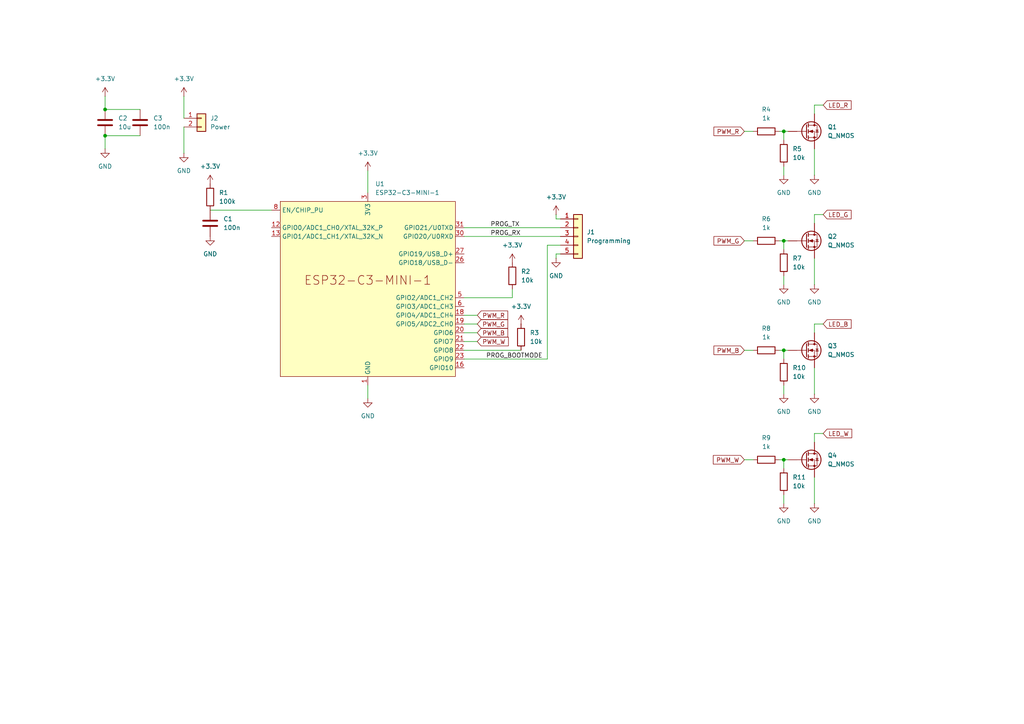
<source format=kicad_sch>
(kicad_sch (version 20250114) (generator "eeschema") (generator_version "9.0")
  (paper "A4")
  (lib_symbols
    (symbol "Connector_Generic:Conn_01x02" (pin_names (offset 1.016) (hide yes))
      (property "Reference" "J" (at 0 2.54 0))
      (property "Value" "Conn_01x02" (at 0 -5.08 0))
      (symbol "Conn_01x02_1_1"
        (rectangle (start -1.27 1.27) (end 1.27 -3.81) (stroke (width 0.254)) (fill (type background)))
        (rectangle (start -1.27 0.127) (end 0 -0.127) (stroke (width 0.1524)))
        (rectangle (start -1.27 -2.413) (end 0 -2.667) (stroke (width 0.1524)))
        (pin passive line (at -5.08 0 0) (length 3.81) (name "Pin_1") (number "1"))
        (pin passive line (at -5.08 -2.54 0) (length 3.81) (name "Pin_2") (number "2"))
      )
    )
    (symbol "Connector_Generic:Conn_01x05" (pin_names (offset 1.016) (hide yes))
      (property "Reference" "J" (at 0 7.62 0))
      (property "Value" "Conn_01x05" (at 0 -7.62 0))
      (symbol "Conn_01x05_1_1"
        (rectangle (start -1.27 6.35) (end 1.27 -6.35) (stroke (width 0.254)) (fill (type background)))
        (rectangle (start -1.27 5.207) (end 0 4.953) (stroke (width 0.1524)))
        (rectangle (start -1.27 2.667) (end 0 2.413) (stroke (width 0.1524)))
        (rectangle (start -1.27 0.127) (end 0 -0.127) (stroke (width 0.1524)))
        (rectangle (start -1.27 -2.413) (end 0 -2.667) (stroke (width 0.1524)))
        (rectangle (start -1.27 -4.953) (end 0 -5.207) (stroke (width 0.1524)))
        (pin passive line (at -5.08 5.08 0) (length 3.81) (name "Pin_1") (number "1"))
        (pin passive line (at -5.08 2.54 0) (length 3.81) (name "Pin_2") (number "2"))
        (pin passive line (at -5.08 0 0) (length 3.81) (name "Pin_3") (number "3"))
        (pin passive line (at -5.08 -2.54 0) (length 3.81) (name "Pin_4") (number "4"))
        (pin passive line (at -5.08 -5.08 0) (length 3.81) (name "Pin_5") (number "5"))
      )
    )
    (symbol "Device:C" (pin_numbers (hide yes)) (pin_names (offset 0.254))
      (property "Reference" "C" (at 0.635 2.54 0))
      (property "Value" "C" (at 0.635 -2.54 0))
      (symbol "C_0_1"
        (polyline (pts (xy -2.032 0.762) (xy 2.032 0.762)) (stroke (width 0.508)))
        (polyline (pts (xy -2.032 -0.762) (xy 2.032 -0.762)) (stroke (width 0.508)))
      )
      (symbol "C_1_1"
        (pin passive line (at 0 3.81 270) (length 2.794) (name "~") (number "1"))
        (pin passive line (at 0 -3.81 90) (length 2.794) (name "~") (number "2"))
      )
    )
    (symbol "Device:Q_NMOS" (pin_numbers (hide yes)) (pin_names (offset 0) (hide yes))
      (property "Reference" "Q" (at 5.08 1.27 0))
      (property "Value" "Q_NMOS" (at 5.08 -1.27 0))
      (symbol "Q_NMOS_0_1"
        (polyline (pts (xy 0.254 1.905) (xy 0.254 -1.905)) (stroke (width 0.254)))
        (polyline (pts (xy 0.254 0) (xy -2.54 0)))
        (polyline (pts (xy 0.762 2.286) (xy 0.762 1.27)) (stroke (width 0.254)))
        (polyline (pts (xy 0.762 0.508) (xy 0.762 -0.508)) (stroke (width 0.254)))
        (polyline (pts (xy 0.762 -1.27) (xy 0.762 -2.286)) (stroke (width 0.254)))
        (polyline (pts (xy 0.762 -1.778) (xy 3.302 -1.778) (xy 3.302 1.778) (xy 0.762 1.778)))
        (polyline (pts (xy 1.016 0) (xy 2.032 0.381) (xy 2.032 -0.381) (xy 1.016 0)) (fill (type outline)))
        (circle (center 1.651 0) (radius 2.794) (stroke (width 0.254)))
        (polyline (pts (xy 2.54 2.54) (xy 2.54 1.778)))
        (circle (center 2.54 1.778) (radius 0.254) (fill (type outline)))
        (circle (center 2.54 -1.778) (radius 0.254) (fill (type outline)))
        (polyline (pts (xy 2.54 -2.54) (xy 2.54 0) (xy 0.762 0)))
        (polyline (pts (xy 2.921 0.381) (xy 3.683 0.381)))
        (polyline (pts (xy 3.302 0.381) (xy 2.921 -0.254) (xy 3.683 -0.254) (xy 3.302 0.381)))
      )
      (symbol "Q_NMOS_1_1"
        (pin input line (at -5.08 0 0) (length 2.54) (name "G") (number "G"))
        (pin passive line (at 2.54 5.08 270) (length 2.54) (name "D") (number "D"))
        (pin passive line (at 2.54 -5.08 90) (length 2.54) (name "S") (number "S"))
      )
    )
    (symbol "Device:R" (pin_numbers (hide yes)) (pin_names (offset 0))
      (property "Reference" "R" (at 2.032 0 90))
      (property "Value" "R" (at 0 0 90))
      (symbol "R_0_1"
        (rectangle (start -1.016 -2.54) (end 1.016 2.54) (stroke (width 0.254)))
      )
      (symbol "R_1_1"
        (pin passive line (at 0 3.81 270) (length 1.27) (name "~") (number "1"))
        (pin passive line (at 0 -3.81 90) (length 1.27) (name "~") (number "2"))
      )
    )
    (symbol "PCM_Espressif:ESP32-C3-MINI-1"
      (property "Reference" "U" (at -25.4 30.48 0))
      (property "Value" "ESP32-C3-MINI-1" (at -25.4 27.94 0))
      (symbol "ESP32-C3-MINI-1_0_0"
        (text "ESP32-C3-MINI-1" (at 0 2.54 0) (effects (font (size 2.54 2.54))))
      )
      (symbol "ESP32-C3-MINI-1_0_1"
        (rectangle (start -25.4 25.4) (end 25.4 -25.4) (fill (type background)))
      )
      (symbol "ESP32-C3-MINI-1_1_1"
        (pin input line (at -27.94 22.86 0) (length 2.54) (name "EN/CHIP_PU") (number "8"))
        (pin bidirectional line (at -27.94 17.78 0) (length 2.54) (name "GPIO0/ADC1_CH0/XTAL_32K_P") (number "12"))
        (pin bidirectional line (at -27.94 15.24 0) (length 2.54) (name "GPIO1/ADC1_CH1/XTAL_32K_N") (number "13"))
        (pin no_connect line (at -25.4 10.16 0) (length 2.54) (hide yes) (name "NC") (number "4"))
        (pin no_connect line (at -25.4 7.62 0) (length 2.54) (hide yes) (name "NC") (number "7"))
        (pin no_connect line (at -25.4 5.08 0) (length 2.54) (hide yes) (name "NC") (number "9"))
        (pin no_connect line (at -25.4 2.54 0) (length 2.54) (hide yes) (name "NC") (number "10"))
        (pin no_connect line (at -25.4 0 0) (length 2.54) (hide yes) (name "NC") (number "15"))
        (pin no_connect line (at -25.4 -2.54 0) (length 2.54) (hide yes) (name "NC") (number "17"))
        (pin no_connect line (at -25.4 -5.08 0) (length 2.54) (hide yes) (name "NC") (number "24"))
        (pin no_connect line (at -25.4 -7.62 0) (length 2.54) (hide yes) (name "NC") (number "25"))
        (pin no_connect line (at -25.4 -10.16 0) (length 2.54) (hide yes) (name "NC") (number "28"))
        (pin no_connect line (at -25.4 -12.7 0) (length 2.54) (hide yes) (name "NC") (number "29"))
        (pin no_connect line (at -25.4 -15.24 0) (length 2.54) (hide yes) (name "NC") (number "32"))
        (pin no_connect line (at -25.4 -17.78 0) (length 2.54) (hide yes) (name "NC") (number "33"))
        (pin no_connect line (at -25.4 -20.32 0) (length 2.54) (hide yes) (name "NC") (number "34"))
        (pin no_connect line (at -25.4 -22.86 0) (length 2.54) (hide yes) (name "NC") (number "35"))
        (pin power_in line (at 0 27.94 270) (length 2.54) (name "3V3") (number "3"))
        (pin power_in line (at 0 -27.94 90) (length 2.54) (name "GND") (number "1"))
        (pin passive line (at 0 -27.94 90) (length 2.54) (hide yes) (name "GND") (number "11"))
        (pin passive line (at 0 -27.94 90) (length 2.54) (hide yes) (name "GND") (number "14"))
        (pin passive line (at 0 -27.94 90) (length 2.54) (hide yes) (name "GND") (number "2"))
        (pin passive line (at 0 -27.94 90) (length 2.54) (hide yes) (name "GND") (number "36"))
        (pin passive line (at 0 -27.94 90) (length 2.54) (hide yes) (name "GND") (number "37"))
        (pin passive line (at 0 -27.94 90) (length 2.54) (hide yes) (name "GND") (number "38"))
        (pin passive line (at 0 -27.94 90) (length 2.54) (hide yes) (name "GND") (number "39"))
        (pin passive line (at 0 -27.94 90) (length 2.54) (hide yes) (name "GND") (number "40"))
        (pin passive line (at 0 -27.94 90) (length 2.54) (hide yes) (name "GND") (number "41"))
        (pin passive line (at 0 -27.94 90) (length 2.54) (hide yes) (name "GND") (number "42"))
        (pin passive line (at 0 -27.94 90) (length 2.54) (hide yes) (name "GND") (number "43"))
        (pin passive line (at 0 -27.94 90) (length 2.54) (hide yes) (name "GND") (number "44"))
        (pin passive line (at 0 -27.94 90) (length 2.54) (hide yes) (name "GND") (number "45"))
        (pin passive line (at 0 -27.94 90) (length 2.54) (hide yes) (name "GND") (number "46"))
        (pin passive line (at 0 -27.94 90) (length 2.54) (hide yes) (name "GND") (number "47"))
        (pin passive line (at 0 -27.94 90) (length 2.54) (hide yes) (name "GND") (number "48"))
        (pin passive line (at 0 -27.94 90) (length 2.54) (hide yes) (name "GND") (number "49"))
        (pin passive line (at 0 -27.94 90) (length 2.54) (hide yes) (name "GND") (number "50"))
        (pin passive line (at 0 -27.94 90) (length 2.54) (hide yes) (name "GND") (number "51"))
        (pin passive line (at 0 -27.94 90) (length 2.54) (hide yes) (name "GND") (number "52"))
        (pin passive line (at 0 -27.94 90) (length 2.54) (hide yes) (name "GND") (number "53"))
        (pin bidirectional line (at 27.94 17.78 180) (length 2.54) (name "GPIO21/U0TXD") (number "31"))
        (pin bidirectional line (at 27.94 15.24 180) (length 2.54) (name "GPIO20/U0RXD") (number "30"))
        (pin bidirectional line (at 27.94 10.16 180) (length 2.54) (name "GPIO19/USB_D+") (number "27"))
        (pin bidirectional line (at 27.94 7.62 180) (length 2.54) (name "GPIO18/USB_D-") (number "26"))
        (pin bidirectional line (at 27.94 -2.54 180) (length 2.54) (name "GPIO2/ADC1_CH2") (number "5"))
        (pin bidirectional line (at 27.94 -5.08 180) (length 2.54) (name "GPIO3/ADC1_CH3") (number "6"))
        (pin bidirectional line (at 27.94 -7.62 180) (length 2.54) (name "GPIO4/ADC1_CH4") (number "18"))
        (pin bidirectional line (at 27.94 -10.16 180) (length 2.54) (name "GPIO5/ADC2_CH0") (number "19"))
        (pin bidirectional line (at 27.94 -12.7 180) (length 2.54) (name "GPIO6") (number "20"))
        (pin bidirectional line (at 27.94 -15.24 180) (length 2.54) (name "GPIO7") (number "21"))
        (pin bidirectional line (at 27.94 -17.78 180) (length 2.54) (name "GPIO8") (number "22"))
        (pin bidirectional line (at 27.94 -20.32 180) (length 2.54) (name "GPIO9") (number "23"))
        (pin bidirectional line (at 27.94 -22.86 180) (length 2.54) (name "GPIO10") (number "16"))
      )
    )
    (symbol "power:+3.3V" (power) (pin_numbers (hide yes)) (pin_names (offset 0) (hide yes))
      (property "Value" "+3.3V" (at 0 3.556 0))
      (symbol "+3.3V_0_1"
        (polyline (pts (xy -0.762 1.27) (xy 0 2.54)))
        (polyline (pts (xy 0 2.54) (xy 0.762 1.27)))
        (polyline (pts (xy 0 0) (xy 0 2.54)))
      )
      (symbol "+3.3V_1_1"
        (pin power_in line (at 0 0 90) (length 0) (name "~") (number "1"))
      )
    )
    (symbol "power:GND" (power) (pin_numbers (hide yes)) (pin_names (offset 0) (hide yes))
      (property "Value" "GND" (at 0 -3.81 0))
      (symbol "GND_0_1"
        (polyline (pts (xy 0 0) (xy 0 -1.27) (xy 1.27 -1.27) (xy 0 -2.54) (xy -1.27 -1.27) (xy 0 -1.27)))
      )
      (symbol "GND_1_1"
        (pin power_in line (at 0 0 270) (length 0) (name "~") (number "1"))
      )
    )
  )
  (junction (at 30.48 39.37))
  (junction (at 227.33 69.85))
  (junction (at 227.33 101.6))
  (junction (at 30.48 31.75))
  (junction (at 227.33 38.1))
  (junction (at 227.33 133.35))
  (wire (pts (xy 238.76 125.73) (xy 236.22 125.73)))
  (wire (pts (xy 236.22 30.48) (xy 236.22 33.02)))
  (wire (pts (xy 215.9 38.1) (xy 218.44 38.1)))
  (wire (pts (xy 238.76 30.48) (xy 236.22 30.48)))
  (wire (pts (xy 215.9 133.35) (xy 218.44 133.35)))
  (wire (pts (xy 227.33 69.85) (xy 227.33 72.39)))
  (wire (pts (xy 158.75 71.12) (xy 162.56 71.12)))
  (wire (pts (xy 134.62 104.14) (xy 158.75 104.14)))
  (wire (pts (xy 215.9 69.85) (xy 218.44 69.85)))
  (wire (pts (xy 226.06 101.6) (xy 227.33 101.6)))
  (wire (pts (xy 236.22 106.68) (xy 236.22 114.3)))
  (wire (pts (xy 226.06 69.85) (xy 227.33 69.85)))
  (wire (pts (xy 236.22 125.73) (xy 236.22 128.27)))
  (wire (pts (xy 158.75 104.14) (xy 158.75 71.12)))
  (wire (pts (xy 134.62 101.6) (xy 151.13 101.6)))
  (wire (pts (xy 227.33 133.35) (xy 228.6 133.35)))
  (wire (pts (xy 162.56 73.66) (xy 161.29 73.66)))
  (wire (pts (xy 138.43 93.98) (xy 134.62 93.98)))
  (wire (pts (xy 138.43 96.52) (xy 134.62 96.52)))
  (wire (pts (xy 30.48 39.37) (xy 40.64 39.37)))
  (wire (pts (xy 236.22 43.18) (xy 236.22 50.8)))
  (wire (pts (xy 30.48 39.37) (xy 30.48 43.18)))
  (wire (pts (xy 30.48 27.94) (xy 30.48 31.75)))
  (wire (pts (xy 215.9 101.6) (xy 218.44 101.6)))
  (wire (pts (xy 53.34 36.83) (xy 53.34 44.45)))
  (wire (pts (xy 226.06 133.35) (xy 227.33 133.35)))
  (wire (pts (xy 236.22 93.98) (xy 236.22 96.52)))
  (wire (pts (xy 148.59 83.82) (xy 148.59 86.36)))
  (wire (pts (xy 227.33 48.26) (xy 227.33 50.8)))
  (wire (pts (xy 106.68 49.53) (xy 106.68 55.88)))
  (wire (pts (xy 138.43 91.44) (xy 134.62 91.44)))
  (wire (pts (xy 236.22 74.93) (xy 236.22 82.55)))
  (wire (pts (xy 30.48 31.75) (xy 40.64 31.75)))
  (wire (pts (xy 236.22 62.23) (xy 236.22 64.77)))
  (wire (pts (xy 236.22 138.43) (xy 236.22 146.05)))
  (wire (pts (xy 134.62 68.58) (xy 162.56 68.58)))
  (wire (pts (xy 226.06 38.1) (xy 227.33 38.1)))
  (wire (pts (xy 227.33 111.76) (xy 227.33 114.3)))
  (wire (pts (xy 161.29 73.66) (xy 161.29 74.93)))
  (wire (pts (xy 227.33 38.1) (xy 227.33 40.64)))
  (wire (pts (xy 227.33 80.01) (xy 227.33 82.55)))
  (wire (pts (xy 162.56 63.5) (xy 161.29 63.5)))
  (wire (pts (xy 227.33 133.35) (xy 227.33 135.89)))
  (wire (pts (xy 227.33 101.6) (xy 227.33 104.14)))
  (wire (pts (xy 227.33 101.6) (xy 228.6 101.6)))
  (wire (pts (xy 134.62 86.36) (xy 148.59 86.36)))
  (wire (pts (xy 227.33 69.85) (xy 228.6 69.85)))
  (wire (pts (xy 227.33 143.51) (xy 227.33 146.05)))
  (wire (pts (xy 238.76 93.98) (xy 236.22 93.98)))
  (wire (pts (xy 227.33 38.1) (xy 228.6 38.1)))
  (wire (pts (xy 238.76 62.23) (xy 236.22 62.23)))
  (wire (pts (xy 161.29 63.5) (xy 161.29 62.23)))
  (wire (pts (xy 106.68 111.76) (xy 106.68 115.57)))
  (wire (pts (xy 60.96 60.96) (xy 78.74 60.96)))
  (wire (pts (xy 53.34 27.94) (xy 53.34 34.29)))
  (wire (pts (xy 138.43 99.06) (xy 134.62 99.06)))
  (wire (pts (xy 134.62 66.04) (xy 162.56 66.04)))
  (label "PROG_BOOTMODE" (at 140.97 104.14 0))
  (label "PROG_RX" (at 142.24 68.58 0))
  (label "PROG_TX" (at 142.24 66.04 0))
  (global_label "PWM_B" (shape input) (at 215.9 101.6 180) (property "Intersheetrefs" "${INTERSHEET_REFS}" (effects (hide yes))))
  (global_label "PWM_B" (shape input) (at 138.43 96.52 0) (property "Intersheetrefs" "${INTERSHEET_REFS}" (effects (hide yes))))
  (global_label "LED_G" (shape input) (at 238.76 62.23 0) (property "Intersheetrefs" "${INTERSHEET_REFS}" (effects (hide yes))))
  (global_label "LED_B" (shape input) (at 238.76 93.98 0) (property "Intersheetrefs" "${INTERSHEET_REFS}" (effects (hide yes))))
  (global_label "PWM_W" (shape input) (at 215.9 133.35 180) (property "Intersheetrefs" "${INTERSHEET_REFS}" (effects (hide yes))))
  (global_label "LED_R" (shape input) (at 238.76 30.48 0) (property "Intersheetrefs" "${INTERSHEET_REFS}" (effects (hide yes))))
  (global_label "PWM_G" (shape input) (at 215.9 69.85 180) (property "Intersheetrefs" "${INTERSHEET_REFS}" (effects (hide yes))))
  (global_label "LED_W" (shape input) (at 238.76 125.73 0) (property "Intersheetrefs" "${INTERSHEET_REFS}" (effects (hide yes))))
  (global_label "PWM_R" (shape input) (at 138.43 91.44 0) (property "Intersheetrefs" "${INTERSHEET_REFS}" (effects (hide yes))))
  (global_label "PWM_W" (shape input) (at 138.43 99.06 0) (property "Intersheetrefs" "${INTERSHEET_REFS}" (effects (hide yes))))
  (global_label "PWM_G" (shape input) (at 138.43 93.98 0) (property "Intersheetrefs" "${INTERSHEET_REFS}" (effects (hide yes))))
  (global_label "PWM_R" (shape input) (at 215.9 38.1 180) (property "Intersheetrefs" "${INTERSHEET_REFS}" (effects (hide yes))))
  (symbol (lib_id "Device:R") (at 222.25 101.6 90) (unit 1)
    (property "Reference" "R8" (at 222.25 95.25 90))
    (property "Value" "1k" (at 222.25 97.79 90))
    (property "Footprint" "Resistor_SMD:R_0402_1005Metric" (effects (hide yes)))
    (property "Description" "Resistor" (effects (hide yes)))
  )
  (symbol (lib_id "power:GND") (at 227.33 50.8 0) (unit 1)
    (property "Reference" "#PWR013" (effects (hide yes)))
    (property "Value" "GND" (at 227.33 55.88 0))
    (property "Description" "Power symbol creates a global label with name \"GND\" , ground" (effects (hide yes)))
  )
  (symbol (lib_id "power:+3.3V") (at 30.48 27.94 0) (unit 1)
    (property "Reference" "#PWR07" (effects (hide yes)))
    (property "Value" "+3.3V" (at 30.48 22.86 0))
    (property "Description" "Power symbol creates a global label with name \"+3.3V\"" (effects (hide yes)))
  )
  (symbol (lib_id "power:+3.3V") (at 161.29 62.23 0) (unit 1)
    (property "Reference" "#PWR09" (effects (hide yes)))
    (property "Value" "+3.3V" (at 161.29 57.15 0))
    (property "Description" "Power symbol creates a global label with name \"+3.3V\"" (effects (hide yes)))
  )
  (symbol (lib_id "power:GND") (at 236.22 50.8 0) (unit 1)
    (property "Reference" "#PWR014" (effects (hide yes)))
    (property "Value" "GND" (at 236.22 55.88 0))
    (property "Description" "Power symbol creates a global label with name \"GND\" , ground" (effects (hide yes)))
  )
  (symbol (lib_id "power:GND") (at 236.22 114.3 0) (unit 1)
    (property "Reference" "#PWR019" (effects (hide yes)))
    (property "Value" "GND" (at 236.22 119.38 0))
    (property "Description" "Power symbol creates a global label with name \"GND\" , ground" (effects (hide yes)))
  )
  (symbol (lib_id "power:GND") (at 106.68 115.57 0) (unit 1)
    (property "Reference" "#PWR02" (effects (hide yes)))
    (property "Value" "GND" (at 106.68 120.65 0))
    (property "Description" "Power symbol creates a global label with name \"GND\" , ground" (effects (hide yes)))
  )
  (symbol (lib_id "Connector_Generic:Conn_01x05") (at 167.64 68.58 0) (unit 1)
    (property "Reference" "J1" (at 170.18 67.3099 0) (effects (justify left)))
    (property "Value" "Programming" (at 170.18 69.8499 0) (effects (justify left)))
    (property "Footprint" "Connector_PinHeader_2.54mm:PinHeader_1x05_P2.54mm_Vertical" (effects (hide yes)))
    (property "Description" "Generic connector, single row, 01x05, script generated (kicad-library-utils/schlib/autogen/connector/)" (effects (hide yes)))
  )
  (symbol (lib_id "power:+3.3V") (at 106.68 49.53 0) (unit 1)
    (property "Reference" "#PWR01" (effects (hide yes)))
    (property "Value" "+3.3V" (at 106.68 44.45 0))
    (property "Description" "Power symbol creates a global label with name \"+3.3V\"" (effects (hide yes)))
  )
  (symbol (lib_id "Device:C") (at 40.64 35.56 0) (unit 1)
    (property "Reference" "C3" (at 44.45 34.2899 0) (effects (justify left)))
    (property "Value" "100n" (at 44.45 36.8299 0) (effects (justify left)))
    (property "Footprint" "Capacitor_SMD:C_0402_1005Metric" (effects (hide yes)))
    (property "Description" "Unpolarized capacitor" (effects (hide yes)))
  )
  (symbol (lib_id "PCM_Espressif:ESP32-C3-MINI-1") (at 106.68 83.82 0) (unit 1)
    (property "Reference" "U1" (at 108.8233 53.34 0) (effects (justify left)))
    (property "Value" "ESP32-C3-MINI-1" (at 108.8233 55.88 0) (effects (justify left)))
    (property "Footprint" "PCM_Espressif:ESP32-C3-MINI-1" (effects (hide yes)))
    (property "Datasheet" "https://www.espressif.com/sites/default/files/documentation/esp32-c3-mini-1_datasheet_en.pdf" (effects (hide yes)))
    (property "Description" "ESP32-C3-MINI-1 family is an ultra-low-power MCU-based SoC solution that supports 2.4 GHz Wi-Fi and Bluetooth®Low Energy (Bluetooth LE)." (effects (hide yes)))
  )
  (symbol (lib_id "power:GND") (at 236.22 146.05 0) (unit 1)
    (property "Reference" "#PWR020" (effects (hide yes)))
    (property "Value" "GND" (at 236.22 151.13 0))
    (property "Description" "Power symbol creates a global label with name \"GND\" , ground" (effects (hide yes)))
  )
  (symbol (lib_id "Device:R") (at 151.13 97.79 0) (unit 1)
    (property "Reference" "R3" (at 153.67 96.5199 0) (effects (justify left)))
    (property "Value" "10k" (at 153.67 99.0599 0) (effects (justify left)))
    (property "Footprint" "Resistor_SMD:R_0402_1005Metric" (effects (hide yes)))
    (property "Description" "Resistor" (effects (hide yes)))
  )
  (symbol (lib_id "power:+3.3V") (at 148.59 76.2 0) (unit 1)
    (property "Reference" "#PWR04" (effects (hide yes)))
    (property "Value" "+3.3V" (at 148.59 71.12 0))
    (property "Description" "Power symbol creates a global label with name \"+3.3V\"" (effects (hide yes)))
  )
  (symbol (lib_id "power:GND") (at 236.22 82.55 0) (unit 1)
    (property "Reference" "#PWR016" (effects (hide yes)))
    (property "Value" "GND" (at 236.22 87.63 0))
    (property "Description" "Power symbol creates a global label with name \"GND\" , ground" (effects (hide yes)))
  )
  (symbol (lib_id "Device:Q_NMOS") (at 233.68 38.1 0) (unit 1)
    (property "Reference" "Q1" (at 240.03 36.8299 0) (effects (justify left)))
    (property "Value" "Q_NMOS" (at 240.03 39.3699 0) (effects (justify left)))
    (property "Description" "N-MOSFET transistor" (effects (hide yes)))
  )
  (symbol (lib_id "Device:R") (at 222.25 69.85 90) (unit 1)
    (property "Reference" "R6" (at 222.25 63.5 90))
    (property "Value" "1k" (at 222.25 66.04 90))
    (property "Footprint" "Resistor_SMD:R_0402_1005Metric" (effects (hide yes)))
    (property "Description" "Resistor" (effects (hide yes)))
  )
  (symbol (lib_id "Device:R") (at 227.33 139.7 0) (unit 1)
    (property "Reference" "R11" (at 229.87 138.4299 0) (effects (justify left)))
    (property "Value" "10k" (at 229.87 140.9699 0) (effects (justify left)))
    (property "Footprint" "Resistor_SMD:R_0402_1005Metric" (effects (hide yes)))
    (property "Description" "Resistor" (effects (hide yes)))
  )
  (symbol (lib_id "Device:R") (at 222.25 133.35 90) (unit 1)
    (property "Reference" "R9" (at 222.25 127 90))
    (property "Value" "1k" (at 222.25 129.54 90))
    (property "Footprint" "Resistor_SMD:R_0402_1005Metric" (effects (hide yes)))
    (property "Description" "Resistor" (effects (hide yes)))
  )
  (symbol (lib_id "Device:R") (at 148.59 80.01 0) (unit 1)
    (property "Reference" "R2" (at 151.13 78.7399 0) (effects (justify left)))
    (property "Value" "10k" (at 151.13 81.2799 0) (effects (justify left)))
    (property "Footprint" "Resistor_SMD:R_0402_1005Metric" (effects (hide yes)))
    (property "Description" "Resistor" (effects (hide yes)))
  )
  (symbol (lib_id "Device:Q_NMOS") (at 233.68 133.35 0) (unit 1)
    (property "Reference" "Q4" (at 240.03 132.0799 0) (effects (justify left)))
    (property "Value" "Q_NMOS" (at 240.03 134.6199 0) (effects (justify left)))
    (property "Description" "N-MOSFET transistor" (effects (hide yes)))
  )
  (symbol (lib_id "Device:R") (at 222.25 38.1 90) (unit 1)
    (property "Reference" "R4" (at 222.25 31.75 90))
    (property "Value" "1k" (at 222.25 34.29 90))
    (property "Footprint" "Resistor_SMD:R_0402_1005Metric" (effects (hide yes)))
    (property "Description" "Resistor" (effects (hide yes)))
  )
  (symbol (lib_id "Connector_Generic:Conn_01x02") (at 58.42 34.29 0) (unit 1)
    (property "Reference" "J2" (at 60.96 34.2899 0) (effects (justify left)))
    (property "Value" "Power" (at 60.96 36.8299 0) (effects (justify left)))
    (property "Footprint" "Connector_PinHeader_2.54mm:PinHeader_1x02_P2.54mm_Vertical" (effects (hide yes)))
    (property "Description" "Generic connector, single row, 01x02, script generated (kicad-library-utils/schlib/autogen/connector/)" (effects (hide yes)))
  )
  (symbol (lib_id "power:GND") (at 227.33 82.55 0) (unit 1)
    (property "Reference" "#PWR015" (effects (hide yes)))
    (property "Value" "GND" (at 227.33 87.63 0))
    (property "Description" "Power symbol creates a global label with name \"GND\" , ground" (effects (hide yes)))
  )
  (symbol (lib_id "power:GND") (at 30.48 43.18 0) (unit 1)
    (property "Reference" "#PWR08" (effects (hide yes)))
    (property "Value" "GND" (at 30.48 48.26 0))
    (property "Description" "Power symbol creates a global label with name \"GND\" , ground" (effects (hide yes)))
  )
  (symbol (lib_id "power:GND") (at 227.33 114.3 0) (unit 1)
    (property "Reference" "#PWR017" (effects (hide yes)))
    (property "Value" "GND" (at 227.33 119.38 0))
    (property "Description" "Power symbol creates a global label with name \"GND\" , ground" (effects (hide yes)))
  )
  (symbol (lib_id "power:GND") (at 60.96 68.58 0) (unit 1)
    (property "Reference" "#PWR06" (effects (hide yes)))
    (property "Value" "GND" (at 60.96 73.66 0))
    (property "Description" "Power symbol creates a global label with name \"GND\" , ground" (effects (hide yes)))
  )
  (symbol (lib_id "Device:Q_NMOS") (at 233.68 69.85 0) (unit 1)
    (property "Reference" "Q2" (at 240.03 68.5799 0) (effects (justify left)))
    (property "Value" "Q_NMOS" (at 240.03 71.1199 0) (effects (justify left)))
    (property "Description" "N-MOSFET transistor" (effects (hide yes)))
  )
  (symbol (lib_id "power:+3.3V") (at 151.13 93.98 0) (unit 1)
    (property "Reference" "#PWR05" (effects (hide yes)))
    (property "Value" "+3.3V" (at 151.13 88.9 0))
    (property "Description" "Power symbol creates a global label with name \"+3.3V\"" (effects (hide yes)))
  )
  (symbol (lib_id "Device:Q_NMOS") (at 233.68 101.6 0) (unit 1)
    (property "Reference" "Q3" (at 240.03 100.3299 0) (effects (justify left)))
    (property "Value" "Q_NMOS" (at 240.03 102.8699 0) (effects (justify left)))
    (property "Description" "N-MOSFET transistor" (effects (hide yes)))
  )
  (symbol (lib_id "Device:C") (at 30.48 35.56 0) (unit 1)
    (property "Reference" "C2" (at 34.29 34.2899 0) (effects (justify left)))
    (property "Value" "10u" (at 34.29 36.8299 0) (effects (justify left)))
    (property "Footprint" "Capacitor_SMD:C_0805_2012Metric" (effects (hide yes)))
    (property "Description" "Unpolarized capacitor" (effects (hide yes)))
  )
  (symbol (lib_id "Device:R") (at 227.33 76.2 0) (unit 1)
    (property "Reference" "R7" (at 229.87 74.9299 0) (effects (justify left)))
    (property "Value" "10k" (at 229.87 77.4699 0) (effects (justify left)))
    (property "Footprint" "Resistor_SMD:R_0402_1005Metric" (effects (hide yes)))
    (property "Description" "Resistor" (effects (hide yes)))
  )
  (symbol (lib_id "power:GND") (at 53.34 44.45 0) (unit 1)
    (property "Reference" "#PWR012" (effects (hide yes)))
    (property "Value" "GND" (at 53.34 49.53 0))
    (property "Description" "Power symbol creates a global label with name \"GND\" , ground" (effects (hide yes)))
  )
  (symbol (lib_id "Device:C") (at 60.96 64.77 0) (unit 1)
    (property "Reference" "C1" (at 64.77 63.4999 0) (effects (justify left)))
    (property "Value" "100n" (at 64.77 66.0399 0) (effects (justify left)))
    (property "Footprint" "Capacitor_SMD:C_0402_1005Metric" (effects (hide yes)))
    (property "Description" "Unpolarized capacitor" (effects (hide yes)))
  )
  (symbol (lib_id "Device:R") (at 227.33 107.95 0) (unit 1)
    (property "Reference" "R10" (at 229.87 106.6799 0) (effects (justify left)))
    (property "Value" "10k" (at 229.87 109.2199 0) (effects (justify left)))
    (property "Footprint" "Resistor_SMD:R_0402_1005Metric" (effects (hide yes)))
    (property "Description" "Resistor" (effects (hide yes)))
  )
  (symbol (lib_id "Device:R") (at 227.33 44.45 0) (unit 1)
    (property "Reference" "R5" (at 229.87 43.1799 0) (effects (justify left)))
    (property "Value" "10k" (at 229.87 45.7199 0) (effects (justify left)))
    (property "Footprint" "Resistor_SMD:R_0402_1005Metric" (effects (hide yes)))
    (property "Description" "Resistor" (effects (hide yes)))
  )
  (symbol (lib_id "Device:R") (at 60.96 57.1511 0) (unit 1)
    (property "Reference" "R1" (at 63.5 55.881 0) (effects (justify left)))
    (property "Value" "100k" (at 63.5 58.421 0) (effects (justify left)))
    (property "Footprint" "Resistor_SMD:R_0402_1005Metric" (effects (hide yes)))
    (property "Description" "Resistor" (effects (hide yes)))
  )
  (symbol (lib_id "power:+3.3V") (at 53.34 27.94 0) (unit 1)
    (property "Reference" "#PWR011" (effects (hide yes)))
    (property "Value" "+3.3V" (at 53.34 22.86 0))
    (property "Description" "Power symbol creates a global label with name \"+3.3V\"" (effects (hide yes)))
  )
  (symbol (lib_id "power:GND") (at 161.29 74.93 0) (unit 1)
    (property "Reference" "#PWR010" (effects (hide yes)))
    (property "Value" "GND" (at 161.29 80.01 0))
    (property "Description" "Power symbol creates a global label with name \"GND\" , ground" (effects (hide yes)))
  )
  (symbol (lib_id "power:GND") (at 227.33 146.05 0) (unit 1)
    (property "Reference" "#PWR018" (effects (hide yes)))
    (property "Value" "GND" (at 227.33 151.13 0))
    (property "Description" "Power symbol creates a global label with name \"GND\" , ground" (effects (hide yes)))
  )
  (symbol (lib_id "power:+3.3V") (at 60.96 53.34 0) (unit 1)
    (property "Reference" "#PWR03" (effects (hide yes)))
    (property "Value" "+3.3V" (at 60.96 48.26 0))
    (property "Description" "Power symbol creates a global label with name \"+3.3V\"" (effects (hide yes)))
  )
)
</source>
